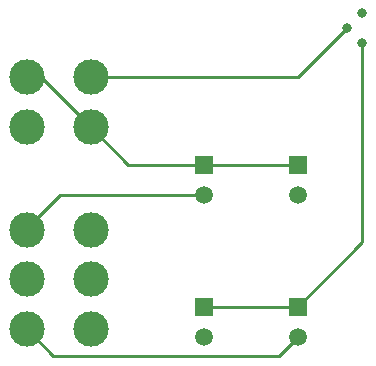
<source format=gtl>
G04*
G04 #@! TF.GenerationSoftware,Altium Limited,Altium Designer,18.0.9 (584)*
G04*
G04 Layer_Physical_Order=1*
G04 Layer_Color=255*
%FSLAX43Y43*%
%MOMM*%
G71*
G01*
G75*
%ADD10C,0.254*%
%ADD18C,0.800*%
%ADD19R,1.500X1.500*%
%ADD20C,1.500*%
%ADD21C,3.000*%
D10*
X34935Y17750D02*
X36565Y19380D01*
X15828Y17750D02*
X34935D01*
X13578Y20000D02*
X15828Y17750D01*
X42000Y27355D02*
Y44200D01*
X36515Y41315D02*
X40700Y45500D01*
X19000Y41315D02*
X36515D01*
X13577D02*
X14800D01*
X19000Y37115D01*
X22195Y33920D01*
X13578Y28435D02*
Y28580D01*
X16378Y31380D01*
X22195Y33920D02*
X28565D01*
X36565Y21920D02*
X42000Y27355D01*
X28565Y21920D02*
X36565D01*
X16378Y31380D02*
X28565D01*
Y33920D02*
X36565D01*
D18*
X40700Y45500D02*
D03*
X42000Y46770D02*
D03*
X42000Y44200D02*
D03*
D19*
X28565Y21920D02*
D03*
X36565Y33920D02*
D03*
X28565D02*
D03*
X36565Y21920D02*
D03*
D20*
X28565Y19380D02*
D03*
X36565Y31380D02*
D03*
X28565D02*
D03*
X36565Y19380D02*
D03*
D21*
X19000Y24218D02*
D03*
X13578D02*
D03*
X19000Y20000D02*
D03*
X13578Y28435D02*
D03*
X19000D02*
D03*
X13578Y20000D02*
D03*
X13577Y37115D02*
D03*
Y41315D02*
D03*
X19000Y37115D02*
D03*
Y41315D02*
D03*
M02*

</source>
